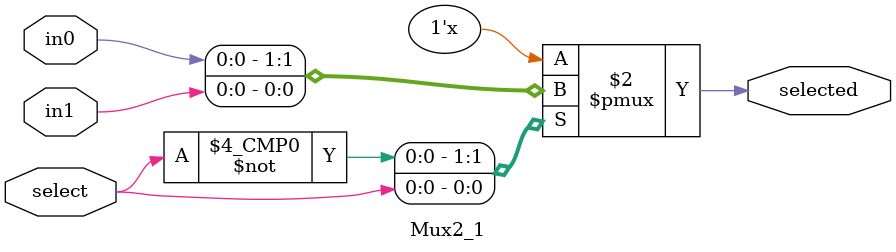
<source format=v>
module Mux2_1(
		input in0,
		input in1,
		input select,
		output reg selected
	);
	always @(*) begin
		case(select)
			1'b0: selected = in0;
			1'b1: selected = in1;
		endcase
	end
endmodule

</source>
